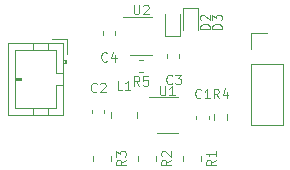
<source format=gto>
%TF.GenerationSoftware,KiCad,Pcbnew,(5.1.9)-1*%
%TF.CreationDate,2021-09-17T21:45:03+01:00*%
%TF.ProjectId,led-addon,6c65642d-6164-4646-9f6e-2e6b69636164,rev?*%
%TF.SameCoordinates,Original*%
%TF.FileFunction,Legend,Top*%
%TF.FilePolarity,Positive*%
%FSLAX46Y46*%
G04 Gerber Fmt 4.6, Leading zero omitted, Abs format (unit mm)*
G04 Created by KiCad (PCBNEW (5.1.9)-1) date 2021-09-17 21:45:03*
%MOMM*%
%LPD*%
G01*
G04 APERTURE LIST*
%ADD10C,0.120000*%
G04 APERTURE END LIST*
D10*
%TO.C,SW1*%
X41850000Y-36890000D02*
X44510000Y-36890000D01*
X41850000Y-31750000D02*
X41850000Y-36890000D01*
X44510000Y-31750000D02*
X44510000Y-36890000D01*
X41850000Y-31750000D02*
X44510000Y-31750000D01*
X41850000Y-30480000D02*
X41850000Y-29150000D01*
X41850000Y-29150000D02*
X43180000Y-29150000D01*
%TO.C,D3*%
X36103000Y-28894000D02*
X36103000Y-27044000D01*
X37303000Y-28894000D02*
X37303000Y-27044000D01*
X37303000Y-27044000D02*
X36103000Y-27044000D01*
%TO.C,D2*%
X35779000Y-27494000D02*
X35779000Y-29344000D01*
X34579000Y-27494000D02*
X34579000Y-29344000D01*
X34579000Y-29344000D02*
X35779000Y-29344000D01*
%TO.C,U2*%
X33412000Y-27727000D02*
X30962000Y-27727000D01*
X31612000Y-30947000D02*
X33412000Y-30947000D01*
%TO.C,R5*%
X32674779Y-31430500D02*
X32349221Y-31430500D01*
X32674779Y-32450500D02*
X32349221Y-32450500D01*
%TO.C,C4*%
X29271500Y-28983721D02*
X29271500Y-29309279D01*
X30291500Y-28983721D02*
X30291500Y-29309279D01*
%TO.C,C3*%
X34732500Y-30914221D02*
X34732500Y-31239779D01*
X35752500Y-30914221D02*
X35752500Y-31239779D01*
%TO.C,D1*%
X26240000Y-29644000D02*
X24990000Y-29644000D01*
X26240000Y-30894000D02*
X26240000Y-29644000D01*
X21830000Y-33004000D02*
X22330000Y-33004000D01*
X22330000Y-33104000D02*
X21830000Y-33104000D01*
X22330000Y-32904000D02*
X22330000Y-33104000D01*
X21830000Y-32904000D02*
X22330000Y-32904000D01*
X23330000Y-36064000D02*
X23330000Y-35454000D01*
X24630000Y-36064000D02*
X24630000Y-35454000D01*
X23330000Y-29944000D02*
X23330000Y-30554000D01*
X24630000Y-29944000D02*
X24630000Y-30554000D01*
X25330000Y-33504000D02*
X25940000Y-33504000D01*
X25330000Y-35454000D02*
X25330000Y-33504000D01*
X21830000Y-35454000D02*
X25330000Y-35454000D01*
X21830000Y-30554000D02*
X21830000Y-35454000D01*
X25330000Y-30554000D02*
X21830000Y-30554000D01*
X25330000Y-32504000D02*
X25330000Y-30554000D01*
X25940000Y-32504000D02*
X25330000Y-32504000D01*
X26040000Y-31704000D02*
X26040000Y-31404000D01*
X26140000Y-31404000D02*
X25940000Y-31404000D01*
X26140000Y-31704000D02*
X26140000Y-31404000D01*
X25940000Y-31704000D02*
X26140000Y-31704000D01*
X25940000Y-36064000D02*
X25940000Y-29944000D01*
X21220000Y-36064000D02*
X25940000Y-36064000D01*
X21220000Y-29944000D02*
X21220000Y-36064000D01*
X25940000Y-29944000D02*
X21220000Y-29944000D01*
%TO.C,R4*%
X38720500Y-36495758D02*
X38720500Y-36021242D01*
X39765500Y-36495758D02*
X39765500Y-36021242D01*
%TO.C,R3*%
X28475000Y-39500436D02*
X28475000Y-39954564D01*
X29945000Y-39500436D02*
X29945000Y-39954564D01*
%TO.C,R2*%
X32285000Y-39500436D02*
X32285000Y-39954564D01*
X33755000Y-39500436D02*
X33755000Y-39954564D01*
%TO.C,R1*%
X36095000Y-39500436D02*
X36095000Y-39954564D01*
X37565000Y-39500436D02*
X37565000Y-39954564D01*
%TO.C,L1*%
X29941500Y-35806748D02*
X29941500Y-36329252D01*
X32161500Y-35806748D02*
X32161500Y-36329252D01*
%TO.C,U1*%
X33854500Y-37628000D02*
X35614500Y-37628000D01*
X35614500Y-34558000D02*
X33184500Y-34558000D01*
%TO.C,C2*%
X29402500Y-35609920D02*
X29402500Y-35891080D01*
X28382500Y-35609920D02*
X28382500Y-35891080D01*
%TO.C,C1*%
X37209000Y-36399080D02*
X37209000Y-36117920D01*
X38229000Y-36399080D02*
X38229000Y-36117920D01*
%TO.C,D3*%
X39350904Y-28784476D02*
X38550904Y-28784476D01*
X38550904Y-28594000D01*
X38589000Y-28479714D01*
X38665190Y-28403523D01*
X38741380Y-28365428D01*
X38893761Y-28327333D01*
X39008047Y-28327333D01*
X39160428Y-28365428D01*
X39236619Y-28403523D01*
X39312809Y-28479714D01*
X39350904Y-28594000D01*
X39350904Y-28784476D01*
X38550904Y-28060666D02*
X38550904Y-27565428D01*
X38855666Y-27832095D01*
X38855666Y-27717809D01*
X38893761Y-27641619D01*
X38931857Y-27603523D01*
X39008047Y-27565428D01*
X39198523Y-27565428D01*
X39274714Y-27603523D01*
X39312809Y-27641619D01*
X39350904Y-27717809D01*
X39350904Y-27946380D01*
X39312809Y-28022571D01*
X39274714Y-28060666D01*
%TO.C,D2*%
X38334904Y-28784476D02*
X37534904Y-28784476D01*
X37534904Y-28594000D01*
X37573000Y-28479714D01*
X37649190Y-28403523D01*
X37725380Y-28365428D01*
X37877761Y-28327333D01*
X37992047Y-28327333D01*
X38144428Y-28365428D01*
X38220619Y-28403523D01*
X38296809Y-28479714D01*
X38334904Y-28594000D01*
X38334904Y-28784476D01*
X37611095Y-28022571D02*
X37573000Y-27984476D01*
X37534904Y-27908285D01*
X37534904Y-27717809D01*
X37573000Y-27641619D01*
X37611095Y-27603523D01*
X37687285Y-27565428D01*
X37763476Y-27565428D01*
X37877761Y-27603523D01*
X38334904Y-28060666D01*
X38334904Y-27565428D01*
%TO.C,U2*%
X31902476Y-26739904D02*
X31902476Y-27387523D01*
X31940571Y-27463714D01*
X31978666Y-27501809D01*
X32054857Y-27539904D01*
X32207238Y-27539904D01*
X32283428Y-27501809D01*
X32321523Y-27463714D01*
X32359619Y-27387523D01*
X32359619Y-26739904D01*
X32702476Y-26816095D02*
X32740571Y-26778000D01*
X32816761Y-26739904D01*
X33007238Y-26739904D01*
X33083428Y-26778000D01*
X33121523Y-26816095D01*
X33159619Y-26892285D01*
X33159619Y-26968476D01*
X33121523Y-27082761D01*
X32664380Y-27539904D01*
X33159619Y-27539904D01*
%TO.C,R5*%
X32378666Y-33572404D02*
X32112000Y-33191452D01*
X31921523Y-33572404D02*
X31921523Y-32772404D01*
X32226285Y-32772404D01*
X32302476Y-32810500D01*
X32340571Y-32848595D01*
X32378666Y-32924785D01*
X32378666Y-33039071D01*
X32340571Y-33115261D01*
X32302476Y-33153357D01*
X32226285Y-33191452D01*
X31921523Y-33191452D01*
X33102476Y-32772404D02*
X32721523Y-32772404D01*
X32683428Y-33153357D01*
X32721523Y-33115261D01*
X32797714Y-33077166D01*
X32988190Y-33077166D01*
X33064380Y-33115261D01*
X33102476Y-33153357D01*
X33140571Y-33229547D01*
X33140571Y-33420023D01*
X33102476Y-33496214D01*
X33064380Y-33534309D01*
X32988190Y-33572404D01*
X32797714Y-33572404D01*
X32721523Y-33534309D01*
X32683428Y-33496214D01*
%TO.C,C4*%
X29648166Y-31464214D02*
X29610071Y-31502309D01*
X29495785Y-31540404D01*
X29419595Y-31540404D01*
X29305309Y-31502309D01*
X29229119Y-31426119D01*
X29191023Y-31349928D01*
X29152928Y-31197547D01*
X29152928Y-31083261D01*
X29191023Y-30930880D01*
X29229119Y-30854690D01*
X29305309Y-30778500D01*
X29419595Y-30740404D01*
X29495785Y-30740404D01*
X29610071Y-30778500D01*
X29648166Y-30816595D01*
X30333880Y-31007071D02*
X30333880Y-31540404D01*
X30143404Y-30702309D02*
X29952928Y-31273738D01*
X30448166Y-31273738D01*
%TO.C,C3*%
X35134666Y-33369214D02*
X35096571Y-33407309D01*
X34982285Y-33445404D01*
X34906095Y-33445404D01*
X34791809Y-33407309D01*
X34715619Y-33331119D01*
X34677523Y-33254928D01*
X34639428Y-33102547D01*
X34639428Y-32988261D01*
X34677523Y-32835880D01*
X34715619Y-32759690D01*
X34791809Y-32683500D01*
X34906095Y-32645404D01*
X34982285Y-32645404D01*
X35096571Y-32683500D01*
X35134666Y-32721595D01*
X35401333Y-32645404D02*
X35896571Y-32645404D01*
X35629904Y-32950166D01*
X35744190Y-32950166D01*
X35820380Y-32988261D01*
X35858476Y-33026357D01*
X35896571Y-33102547D01*
X35896571Y-33293023D01*
X35858476Y-33369214D01*
X35820380Y-33407309D01*
X35744190Y-33445404D01*
X35515619Y-33445404D01*
X35439428Y-33407309D01*
X35401333Y-33369214D01*
%TO.C,R4*%
X39109666Y-34651904D02*
X38843000Y-34270952D01*
X38652523Y-34651904D02*
X38652523Y-33851904D01*
X38957285Y-33851904D01*
X39033476Y-33890000D01*
X39071571Y-33928095D01*
X39109666Y-34004285D01*
X39109666Y-34118571D01*
X39071571Y-34194761D01*
X39033476Y-34232857D01*
X38957285Y-34270952D01*
X38652523Y-34270952D01*
X39795380Y-34118571D02*
X39795380Y-34651904D01*
X39604904Y-33813809D02*
X39414428Y-34385238D01*
X39909666Y-34385238D01*
%TO.C,R3*%
X31221904Y-39860833D02*
X30840952Y-40127500D01*
X31221904Y-40317976D02*
X30421904Y-40317976D01*
X30421904Y-40013214D01*
X30460000Y-39937023D01*
X30498095Y-39898928D01*
X30574285Y-39860833D01*
X30688571Y-39860833D01*
X30764761Y-39898928D01*
X30802857Y-39937023D01*
X30840952Y-40013214D01*
X30840952Y-40317976D01*
X30421904Y-39594166D02*
X30421904Y-39098928D01*
X30726666Y-39365595D01*
X30726666Y-39251309D01*
X30764761Y-39175119D01*
X30802857Y-39137023D01*
X30879047Y-39098928D01*
X31069523Y-39098928D01*
X31145714Y-39137023D01*
X31183809Y-39175119D01*
X31221904Y-39251309D01*
X31221904Y-39479880D01*
X31183809Y-39556071D01*
X31145714Y-39594166D01*
%TO.C,R2*%
X35031904Y-39860833D02*
X34650952Y-40127500D01*
X35031904Y-40317976D02*
X34231904Y-40317976D01*
X34231904Y-40013214D01*
X34270000Y-39937023D01*
X34308095Y-39898928D01*
X34384285Y-39860833D01*
X34498571Y-39860833D01*
X34574761Y-39898928D01*
X34612857Y-39937023D01*
X34650952Y-40013214D01*
X34650952Y-40317976D01*
X34308095Y-39556071D02*
X34270000Y-39517976D01*
X34231904Y-39441785D01*
X34231904Y-39251309D01*
X34270000Y-39175119D01*
X34308095Y-39137023D01*
X34384285Y-39098928D01*
X34460476Y-39098928D01*
X34574761Y-39137023D01*
X35031904Y-39594166D01*
X35031904Y-39098928D01*
%TO.C,R1*%
X38841904Y-39860833D02*
X38460952Y-40127500D01*
X38841904Y-40317976D02*
X38041904Y-40317976D01*
X38041904Y-40013214D01*
X38080000Y-39937023D01*
X38118095Y-39898928D01*
X38194285Y-39860833D01*
X38308571Y-39860833D01*
X38384761Y-39898928D01*
X38422857Y-39937023D01*
X38460952Y-40013214D01*
X38460952Y-40317976D01*
X38841904Y-39098928D02*
X38841904Y-39556071D01*
X38841904Y-39327500D02*
X38041904Y-39327500D01*
X38156190Y-39403690D01*
X38232380Y-39479880D01*
X38270476Y-39556071D01*
%TO.C,L1*%
X30918166Y-33953404D02*
X30537214Y-33953404D01*
X30537214Y-33153404D01*
X31603880Y-33953404D02*
X31146738Y-33953404D01*
X31375309Y-33953404D02*
X31375309Y-33153404D01*
X31299119Y-33267690D01*
X31222928Y-33343880D01*
X31146738Y-33381976D01*
%TO.C,U1*%
X34124976Y-33597904D02*
X34124976Y-34245523D01*
X34163071Y-34321714D01*
X34201166Y-34359809D01*
X34277357Y-34397904D01*
X34429738Y-34397904D01*
X34505928Y-34359809D01*
X34544023Y-34321714D01*
X34582119Y-34245523D01*
X34582119Y-33597904D01*
X35382119Y-34397904D02*
X34924976Y-34397904D01*
X35153547Y-34397904D02*
X35153547Y-33597904D01*
X35077357Y-33712190D01*
X35001166Y-33788380D01*
X34924976Y-33826476D01*
%TO.C,C2*%
X28759166Y-34067714D02*
X28721071Y-34105809D01*
X28606785Y-34143904D01*
X28530595Y-34143904D01*
X28416309Y-34105809D01*
X28340119Y-34029619D01*
X28302023Y-33953428D01*
X28263928Y-33801047D01*
X28263928Y-33686761D01*
X28302023Y-33534380D01*
X28340119Y-33458190D01*
X28416309Y-33382000D01*
X28530595Y-33343904D01*
X28606785Y-33343904D01*
X28721071Y-33382000D01*
X28759166Y-33420095D01*
X29063928Y-33420095D02*
X29102023Y-33382000D01*
X29178214Y-33343904D01*
X29368690Y-33343904D01*
X29444880Y-33382000D01*
X29482976Y-33420095D01*
X29521071Y-33496285D01*
X29521071Y-33572476D01*
X29482976Y-33686761D01*
X29025833Y-34143904D01*
X29521071Y-34143904D01*
%TO.C,C1*%
X37585666Y-34575714D02*
X37547571Y-34613809D01*
X37433285Y-34651904D01*
X37357095Y-34651904D01*
X37242809Y-34613809D01*
X37166619Y-34537619D01*
X37128523Y-34461428D01*
X37090428Y-34309047D01*
X37090428Y-34194761D01*
X37128523Y-34042380D01*
X37166619Y-33966190D01*
X37242809Y-33890000D01*
X37357095Y-33851904D01*
X37433285Y-33851904D01*
X37547571Y-33890000D01*
X37585666Y-33928095D01*
X38347571Y-34651904D02*
X37890428Y-34651904D01*
X38119000Y-34651904D02*
X38119000Y-33851904D01*
X38042809Y-33966190D01*
X37966619Y-34042380D01*
X37890428Y-34080476D01*
%TD*%
M02*

</source>
